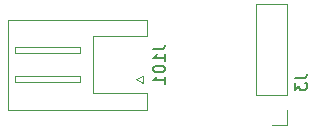
<source format=gbr>
%TF.GenerationSoftware,KiCad,Pcbnew,9.0.1*%
%TF.CreationDate,2025-04-29T17:49:49+02:00*%
%TF.ProjectId,Projet S6,50726f6a-6574-4205-9336-2e6b69636164,rev?*%
%TF.SameCoordinates,Original*%
%TF.FileFunction,Legend,Bot*%
%TF.FilePolarity,Positive*%
%FSLAX46Y46*%
G04 Gerber Fmt 4.6, Leading zero omitted, Abs format (unit mm)*
G04 Created by KiCad (PCBNEW 9.0.1) date 2025-04-29 17:49:49*
%MOMM*%
%LPD*%
G01*
G04 APERTURE LIST*
%ADD10C,0.150000*%
%ADD11C,0.120000*%
G04 APERTURE END LIST*
D10*
X159964819Y-68714285D02*
X160679104Y-68714285D01*
X160679104Y-68714285D02*
X160821961Y-68666666D01*
X160821961Y-68666666D02*
X160917200Y-68571428D01*
X160917200Y-68571428D02*
X160964819Y-68428571D01*
X160964819Y-68428571D02*
X160964819Y-68333333D01*
X160964819Y-69714285D02*
X160964819Y-69142857D01*
X160964819Y-69428571D02*
X159964819Y-69428571D01*
X159964819Y-69428571D02*
X160107676Y-69333333D01*
X160107676Y-69333333D02*
X160202914Y-69238095D01*
X160202914Y-69238095D02*
X160250533Y-69142857D01*
X159964819Y-70333333D02*
X159964819Y-70428571D01*
X159964819Y-70428571D02*
X160012438Y-70523809D01*
X160012438Y-70523809D02*
X160060057Y-70571428D01*
X160060057Y-70571428D02*
X160155295Y-70619047D01*
X160155295Y-70619047D02*
X160345771Y-70666666D01*
X160345771Y-70666666D02*
X160583866Y-70666666D01*
X160583866Y-70666666D02*
X160774342Y-70619047D01*
X160774342Y-70619047D02*
X160869580Y-70571428D01*
X160869580Y-70571428D02*
X160917200Y-70523809D01*
X160917200Y-70523809D02*
X160964819Y-70428571D01*
X160964819Y-70428571D02*
X160964819Y-70333333D01*
X160964819Y-70333333D02*
X160917200Y-70238095D01*
X160917200Y-70238095D02*
X160869580Y-70190476D01*
X160869580Y-70190476D02*
X160774342Y-70142857D01*
X160774342Y-70142857D02*
X160583866Y-70095238D01*
X160583866Y-70095238D02*
X160345771Y-70095238D01*
X160345771Y-70095238D02*
X160155295Y-70142857D01*
X160155295Y-70142857D02*
X160060057Y-70190476D01*
X160060057Y-70190476D02*
X160012438Y-70238095D01*
X160012438Y-70238095D02*
X159964819Y-70333333D01*
X160964819Y-71619047D02*
X160964819Y-71047619D01*
X160964819Y-71333333D02*
X159964819Y-71333333D01*
X159964819Y-71333333D02*
X160107676Y-71238095D01*
X160107676Y-71238095D02*
X160202914Y-71142857D01*
X160202914Y-71142857D02*
X160250533Y-71047619D01*
X171954819Y-71166666D02*
X172669104Y-71166666D01*
X172669104Y-71166666D02*
X172811961Y-71119047D01*
X172811961Y-71119047D02*
X172907200Y-71023809D01*
X172907200Y-71023809D02*
X172954819Y-70880952D01*
X172954819Y-70880952D02*
X172954819Y-70785714D01*
X171954819Y-71547619D02*
X171954819Y-72166666D01*
X171954819Y-72166666D02*
X172335771Y-71833333D01*
X172335771Y-71833333D02*
X172335771Y-71976190D01*
X172335771Y-71976190D02*
X172383390Y-72071428D01*
X172383390Y-72071428D02*
X172431009Y-72119047D01*
X172431009Y-72119047D02*
X172526247Y-72166666D01*
X172526247Y-72166666D02*
X172764342Y-72166666D01*
X172764342Y-72166666D02*
X172859580Y-72119047D01*
X172859580Y-72119047D02*
X172907200Y-72071428D01*
X172907200Y-72071428D02*
X172954819Y-71976190D01*
X172954819Y-71976190D02*
X172954819Y-71690476D01*
X172954819Y-71690476D02*
X172907200Y-71595238D01*
X172907200Y-71595238D02*
X172859580Y-71547619D01*
D11*
%TO.C,J101*%
X147690000Y-66190000D02*
X159410000Y-66190000D01*
X147690000Y-70000000D02*
X147690000Y-66190000D01*
X147690000Y-70000000D02*
X147690000Y-73810000D01*
X147690000Y-73810000D02*
X159410000Y-73810000D01*
X148300000Y-68500000D02*
X153800000Y-68500000D01*
X148300000Y-69000000D02*
X148300000Y-68500000D01*
X148300000Y-71000000D02*
X153800000Y-71000000D01*
X148300000Y-71500000D02*
X148300000Y-71000000D01*
X153800000Y-68500000D02*
X153800000Y-69000000D01*
X153800000Y-69000000D02*
X148300000Y-69000000D01*
X153800000Y-71000000D02*
X153800000Y-71500000D01*
X153800000Y-71500000D02*
X148300000Y-71500000D01*
X154910000Y-67610000D02*
X154910000Y-70000000D01*
X154910000Y-72390000D02*
X154910000Y-70000000D01*
X158500000Y-71250000D02*
X159100000Y-71550000D01*
X159100000Y-70950000D02*
X158500000Y-71250000D01*
X159100000Y-71550000D02*
X159100000Y-70950000D01*
X159410000Y-66190000D02*
X159410000Y-67610000D01*
X159410000Y-67610000D02*
X154910000Y-67610000D01*
X159410000Y-72390000D02*
X154910000Y-72390000D01*
X159410000Y-73810000D02*
X159410000Y-72390000D01*
%TO.C,J3*%
X168670000Y-64860000D02*
X171330000Y-64860000D01*
X168670000Y-72540000D02*
X168670000Y-64860000D01*
X168670000Y-72540000D02*
X171330000Y-72540000D01*
X170000000Y-75140000D02*
X171330000Y-75140000D01*
X171330000Y-72540000D02*
X171330000Y-64860000D01*
X171330000Y-75140000D02*
X171330000Y-73810000D01*
%TD*%
M02*

</source>
